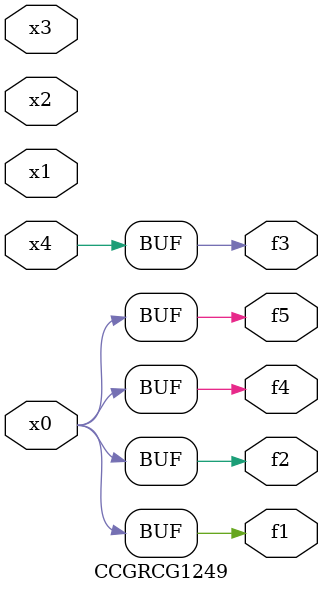
<source format=v>
module CCGRCG1249(
	input x0, x1, x2, x3, x4,
	output f1, f2, f3, f4, f5
);
	assign f1 = x0;
	assign f2 = x0;
	assign f3 = x4;
	assign f4 = x0;
	assign f5 = x0;
endmodule

</source>
